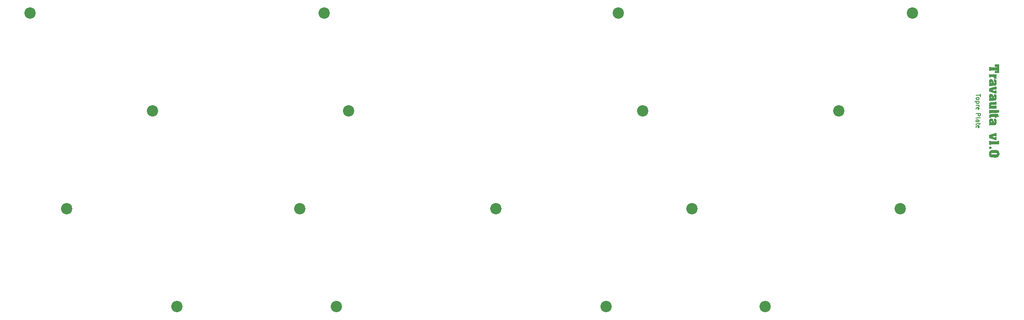
<source format=gbr>
%TF.GenerationSoftware,KiCad,Pcbnew,(7.0.0)*%
%TF.CreationDate,2023-05-15T11:20:42+02:00*%
%TF.ProjectId,travaulta plate topre,74726176-6175-46c7-9461-20706c617465,rev?*%
%TF.SameCoordinates,Original*%
%TF.FileFunction,Legend,Top*%
%TF.FilePolarity,Positive*%
%FSLAX46Y46*%
G04 Gerber Fmt 4.6, Leading zero omitted, Abs format (unit mm)*
G04 Created by KiCad (PCBNEW (7.0.0)) date 2023-05-15 11:20:42*
%MOMM*%
%LPD*%
G01*
G04 APERTURE LIST*
%ADD10C,0.150000*%
%ADD11C,2.200000*%
G04 APERTURE END LIST*
D10*
X248156095Y-72874285D02*
X248156095Y-73331428D01*
X247356095Y-73102856D02*
X248156095Y-73102856D01*
X247356095Y-73712380D02*
X247394190Y-73636190D01*
X247394190Y-73636190D02*
X247432285Y-73598095D01*
X247432285Y-73598095D02*
X247508476Y-73559999D01*
X247508476Y-73559999D02*
X247737047Y-73559999D01*
X247737047Y-73559999D02*
X247813238Y-73598095D01*
X247813238Y-73598095D02*
X247851333Y-73636190D01*
X247851333Y-73636190D02*
X247889428Y-73712380D01*
X247889428Y-73712380D02*
X247889428Y-73826666D01*
X247889428Y-73826666D02*
X247851333Y-73902857D01*
X247851333Y-73902857D02*
X247813238Y-73940952D01*
X247813238Y-73940952D02*
X247737047Y-73979047D01*
X247737047Y-73979047D02*
X247508476Y-73979047D01*
X247508476Y-73979047D02*
X247432285Y-73940952D01*
X247432285Y-73940952D02*
X247394190Y-73902857D01*
X247394190Y-73902857D02*
X247356095Y-73826666D01*
X247356095Y-73826666D02*
X247356095Y-73712380D01*
X247889428Y-74321905D02*
X247089428Y-74321905D01*
X247851333Y-74321905D02*
X247889428Y-74398095D01*
X247889428Y-74398095D02*
X247889428Y-74550476D01*
X247889428Y-74550476D02*
X247851333Y-74626667D01*
X247851333Y-74626667D02*
X247813238Y-74664762D01*
X247813238Y-74664762D02*
X247737047Y-74702857D01*
X247737047Y-74702857D02*
X247508476Y-74702857D01*
X247508476Y-74702857D02*
X247432285Y-74664762D01*
X247432285Y-74664762D02*
X247394190Y-74626667D01*
X247394190Y-74626667D02*
X247356095Y-74550476D01*
X247356095Y-74550476D02*
X247356095Y-74398095D01*
X247356095Y-74398095D02*
X247394190Y-74321905D01*
X247356095Y-75045715D02*
X247889428Y-75045715D01*
X247737047Y-75045715D02*
X247813238Y-75083810D01*
X247813238Y-75083810D02*
X247851333Y-75121905D01*
X247851333Y-75121905D02*
X247889428Y-75198096D01*
X247889428Y-75198096D02*
X247889428Y-75274286D01*
X247394190Y-75845715D02*
X247356095Y-75769524D01*
X247356095Y-75769524D02*
X247356095Y-75617143D01*
X247356095Y-75617143D02*
X247394190Y-75540953D01*
X247394190Y-75540953D02*
X247470380Y-75502857D01*
X247470380Y-75502857D02*
X247775142Y-75502857D01*
X247775142Y-75502857D02*
X247851333Y-75540953D01*
X247851333Y-75540953D02*
X247889428Y-75617143D01*
X247889428Y-75617143D02*
X247889428Y-75769524D01*
X247889428Y-75769524D02*
X247851333Y-75845715D01*
X247851333Y-75845715D02*
X247775142Y-75883810D01*
X247775142Y-75883810D02*
X247698952Y-75883810D01*
X247698952Y-75883810D02*
X247622761Y-75502857D01*
X247356095Y-76706667D02*
X248156095Y-76706667D01*
X248156095Y-76706667D02*
X248156095Y-77011429D01*
X248156095Y-77011429D02*
X248118000Y-77087619D01*
X248118000Y-77087619D02*
X248079904Y-77125714D01*
X248079904Y-77125714D02*
X248003714Y-77163810D01*
X248003714Y-77163810D02*
X247889428Y-77163810D01*
X247889428Y-77163810D02*
X247813238Y-77125714D01*
X247813238Y-77125714D02*
X247775142Y-77087619D01*
X247775142Y-77087619D02*
X247737047Y-77011429D01*
X247737047Y-77011429D02*
X247737047Y-76706667D01*
X247356095Y-77620952D02*
X247394190Y-77544762D01*
X247394190Y-77544762D02*
X247470380Y-77506667D01*
X247470380Y-77506667D02*
X248156095Y-77506667D01*
X247356095Y-78268572D02*
X247775142Y-78268572D01*
X247775142Y-78268572D02*
X247851333Y-78230477D01*
X247851333Y-78230477D02*
X247889428Y-78154286D01*
X247889428Y-78154286D02*
X247889428Y-78001905D01*
X247889428Y-78001905D02*
X247851333Y-77925715D01*
X247394190Y-78268572D02*
X247356095Y-78192381D01*
X247356095Y-78192381D02*
X247356095Y-78001905D01*
X247356095Y-78001905D02*
X247394190Y-77925715D01*
X247394190Y-77925715D02*
X247470380Y-77887619D01*
X247470380Y-77887619D02*
X247546571Y-77887619D01*
X247546571Y-77887619D02*
X247622761Y-77925715D01*
X247622761Y-77925715D02*
X247660857Y-78001905D01*
X247660857Y-78001905D02*
X247660857Y-78192381D01*
X247660857Y-78192381D02*
X247698952Y-78268572D01*
X247889428Y-78535239D02*
X247889428Y-78840001D01*
X248156095Y-78649525D02*
X247470380Y-78649525D01*
X247470380Y-78649525D02*
X247394190Y-78687620D01*
X247394190Y-78687620D02*
X247356095Y-78763810D01*
X247356095Y-78763810D02*
X247356095Y-78840001D01*
X247394190Y-79411430D02*
X247356095Y-79335239D01*
X247356095Y-79335239D02*
X247356095Y-79182858D01*
X247356095Y-79182858D02*
X247394190Y-79106668D01*
X247394190Y-79106668D02*
X247470380Y-79068572D01*
X247470380Y-79068572D02*
X247775142Y-79068572D01*
X247775142Y-79068572D02*
X247851333Y-79106668D01*
X247851333Y-79106668D02*
X247889428Y-79182858D01*
X247889428Y-79182858D02*
X247889428Y-79335239D01*
X247889428Y-79335239D02*
X247851333Y-79411430D01*
X247851333Y-79411430D02*
X247775142Y-79449525D01*
X247775142Y-79449525D02*
X247698952Y-79449525D01*
X247698952Y-79449525D02*
X247622761Y-79068572D01*
%TO.C,*%
%TO.C,G\u002A\u002A\u002A*%
G36*
X250225648Y-83102806D02*
G01*
X250281400Y-83154894D01*
X250342404Y-83273797D01*
X250336265Y-83388180D01*
X250268482Y-83490086D01*
X250158092Y-83561374D01*
X250041507Y-83573037D01*
X249935113Y-83527267D01*
X249859835Y-83435397D01*
X249822835Y-83354577D01*
X249816510Y-83297260D01*
X249834347Y-83234887D01*
X249902544Y-83132052D01*
X250003285Y-83073471D01*
X250117383Y-83062578D01*
X250225648Y-83102806D01*
G37*
G36*
X250112152Y-75969567D02*
G01*
X250182396Y-75985657D01*
X250199301Y-75997070D01*
X250240258Y-76009476D01*
X250341629Y-76019411D01*
X250496219Y-76026486D01*
X250696831Y-76030313D01*
X250825000Y-76030892D01*
X251047988Y-76029030D01*
X251228936Y-76023705D01*
X251360648Y-76015304D01*
X251435928Y-76004218D01*
X251450699Y-75997070D01*
X251494043Y-75977447D01*
X251581087Y-75965243D01*
X251638714Y-75963249D01*
X251805826Y-75963249D01*
X251805826Y-76248446D01*
X251805826Y-76533643D01*
X251029556Y-76544385D01*
X250754388Y-76549374D01*
X250541548Y-76556045D01*
X250385734Y-76564740D01*
X250281644Y-76575803D01*
X250223975Y-76589577D01*
X250211074Y-76597403D01*
X250153887Y-76622556D01*
X250057578Y-76637694D01*
X250006518Y-76639680D01*
X249844175Y-76639680D01*
X249844175Y-76301465D01*
X249844175Y-75963249D01*
X250011287Y-75963249D01*
X250112152Y-75969567D01*
G37*
G36*
X250134118Y-82023065D02*
G01*
X250210074Y-82037859D01*
X250233123Y-82051132D01*
X250274111Y-82063650D01*
X250375241Y-82073655D01*
X250529045Y-82080733D01*
X250728055Y-82084469D01*
X250841911Y-82084953D01*
X251060681Y-82083040D01*
X251237970Y-82077578D01*
X251366312Y-82068981D01*
X251438236Y-82057665D01*
X251450699Y-82051132D01*
X251494043Y-82031508D01*
X251581087Y-82019304D01*
X251638714Y-82017310D01*
X251805826Y-82017310D01*
X251805826Y-82355526D01*
X251805826Y-82693742D01*
X251029926Y-82693742D01*
X250767222Y-82695204D01*
X250551101Y-82699446D01*
X250386728Y-82706247D01*
X250279263Y-82715390D01*
X250233872Y-82726654D01*
X250233123Y-82727563D01*
X250190186Y-82746377D01*
X250102098Y-82758656D01*
X250028197Y-82761385D01*
X249844175Y-82761385D01*
X249844175Y-82389347D01*
X249844175Y-82017310D01*
X250028197Y-82017310D01*
X250134118Y-82023065D01*
G37*
G36*
X251298502Y-69260755D02*
G01*
X251293323Y-69420670D01*
X251277908Y-69516005D01*
X251258325Y-69544906D01*
X251240780Y-69573466D01*
X251273205Y-69636887D01*
X251275235Y-69639804D01*
X251317936Y-69726807D01*
X251332324Y-69798338D01*
X251328151Y-69837564D01*
X251306165Y-69860563D01*
X251252167Y-69871648D01*
X251151960Y-69875129D01*
X251078662Y-69875366D01*
X250825000Y-69875366D01*
X250823925Y-69782357D01*
X250802573Y-69669155D01*
X250736586Y-69595265D01*
X250618384Y-69554310D01*
X250541074Y-69544495D01*
X250372640Y-69546401D01*
X250247778Y-69583938D01*
X250140817Y-69619525D01*
X250015930Y-69637920D01*
X249991176Y-69638615D01*
X249844175Y-69638615D01*
X249844175Y-69314306D01*
X249844175Y-68989997D01*
X250055560Y-69012216D01*
X250192695Y-69022767D01*
X250364584Y-69030605D01*
X250538350Y-69034313D01*
X250571339Y-69034434D01*
X250741413Y-69031752D01*
X250916375Y-69024648D01*
X251063347Y-69014539D01*
X251087118Y-69012216D01*
X251298502Y-68989997D01*
X251298502Y-69260755D01*
G37*
G36*
X251839648Y-67981358D02*
G01*
X251839648Y-68826897D01*
X251399967Y-68826897D01*
X250960287Y-68826897D01*
X250960287Y-68608671D01*
X250960287Y-68390445D01*
X251168987Y-68380375D01*
X251296436Y-68367549D01*
X251373763Y-68345130D01*
X251391646Y-68328029D01*
X251365250Y-68313525D01*
X251284287Y-68301751D01*
X251161785Y-68292801D01*
X251010769Y-68286771D01*
X250844265Y-68283756D01*
X250675299Y-68283850D01*
X250516896Y-68287149D01*
X250382084Y-68293748D01*
X250283887Y-68303741D01*
X250235331Y-68317225D01*
X250233123Y-68319574D01*
X250190186Y-68338387D01*
X250102098Y-68350667D01*
X250028197Y-68353395D01*
X249844175Y-68353395D01*
X249844175Y-67981358D01*
X249844175Y-67609321D01*
X250028197Y-67609321D01*
X250134118Y-67615075D01*
X250210074Y-67629870D01*
X250233123Y-67643142D01*
X250274138Y-67655762D01*
X250375040Y-67665831D01*
X250528107Y-67672910D01*
X250725616Y-67676558D01*
X250826996Y-67676964D01*
X251039630Y-67676188D01*
X251193537Y-67673335D01*
X251297619Y-67667617D01*
X251360781Y-67658244D01*
X251391926Y-67644430D01*
X251399967Y-67626232D01*
X251385290Y-67597775D01*
X251332848Y-67581959D01*
X251230020Y-67575871D01*
X251180127Y-67575499D01*
X250960287Y-67575499D01*
X250960287Y-67355659D01*
X250960287Y-67135819D01*
X251399967Y-67135819D01*
X251839648Y-67135819D01*
X251839648Y-67981358D01*
G37*
G36*
X251298502Y-71723547D02*
G01*
X251298502Y-72049757D01*
X251054438Y-72029296D01*
X250894316Y-72024780D01*
X250735778Y-72035398D01*
X250598059Y-72058540D01*
X250500392Y-72091596D01*
X250475962Y-72107791D01*
X250491584Y-72127975D01*
X250558787Y-72157717D01*
X250663366Y-72190830D01*
X250671809Y-72193138D01*
X250802735Y-72224565D01*
X250884076Y-72232828D01*
X250929387Y-72219027D01*
X250934602Y-72214446D01*
X250989842Y-72191156D01*
X251084810Y-72177106D01*
X251136159Y-72175233D01*
X251298502Y-72175233D01*
X251298502Y-72479627D01*
X251298502Y-72784021D01*
X251145115Y-72784021D01*
X251033114Y-72773666D01*
X250938411Y-72747764D01*
X250916820Y-72736801D01*
X250858860Y-72710992D01*
X250749253Y-72671439D01*
X250601480Y-72622677D01*
X250429019Y-72569243D01*
X250343043Y-72543739D01*
X249844175Y-72397896D01*
X249844175Y-72085631D01*
X249846744Y-71947683D01*
X249853634Y-71837674D01*
X249863616Y-71771397D01*
X249869541Y-71759501D01*
X249909308Y-71745901D01*
X250002396Y-71717466D01*
X250137016Y-71677697D01*
X250301380Y-71630097D01*
X250402231Y-71601267D01*
X250578921Y-71549717D01*
X250733080Y-71502348D01*
X250852686Y-71463041D01*
X250925718Y-71435677D01*
X250941685Y-71427117D01*
X250992358Y-71409500D01*
X251084162Y-71398815D01*
X251136159Y-71397337D01*
X251298502Y-71397337D01*
X251298502Y-71723547D01*
G37*
G36*
X251298502Y-80787728D02*
G01*
X251298502Y-81113938D01*
X251054438Y-81093477D01*
X250894316Y-81088961D01*
X250735778Y-81099579D01*
X250598059Y-81122721D01*
X250500392Y-81155777D01*
X250475962Y-81171973D01*
X250491584Y-81192156D01*
X250558787Y-81221899D01*
X250663366Y-81255011D01*
X250671809Y-81257320D01*
X250802735Y-81288746D01*
X250884076Y-81297009D01*
X250929387Y-81283208D01*
X250934602Y-81278627D01*
X250989842Y-81255337D01*
X251084810Y-81241287D01*
X251136159Y-81239414D01*
X251298502Y-81239414D01*
X251298502Y-81543808D01*
X251298502Y-81848202D01*
X251145115Y-81848202D01*
X251033114Y-81837847D01*
X250938411Y-81811945D01*
X250916820Y-81800982D01*
X250858860Y-81775173D01*
X250749253Y-81735620D01*
X250601480Y-81686858D01*
X250429019Y-81633424D01*
X250343043Y-81607920D01*
X249844175Y-81462078D01*
X249844175Y-81149812D01*
X249846744Y-81011864D01*
X249853634Y-80901855D01*
X249863616Y-80835578D01*
X249869541Y-80823683D01*
X249909308Y-80810082D01*
X250002396Y-80781647D01*
X250137016Y-80741878D01*
X250301380Y-80694278D01*
X250402231Y-80665448D01*
X250578921Y-80613898D01*
X250733080Y-80566529D01*
X250852686Y-80527222D01*
X250925718Y-80499858D01*
X250941685Y-80491298D01*
X250992358Y-80473681D01*
X251084162Y-80462996D01*
X251136159Y-80461518D01*
X251298502Y-80461518D01*
X251298502Y-80787728D01*
G37*
G36*
X251225861Y-76713407D02*
G01*
X251287090Y-76728962D01*
X251298502Y-76741145D01*
X251328654Y-76761667D01*
X251404610Y-76773675D01*
X251444515Y-76774967D01*
X251590528Y-76774967D01*
X251647878Y-77020173D01*
X251675599Y-77142125D01*
X251695826Y-77237653D01*
X251704682Y-77288333D01*
X251704795Y-77290746D01*
X251673823Y-77304128D01*
X251593762Y-77313319D01*
X251501432Y-77316112D01*
X251298502Y-77316112D01*
X251298502Y-77417576D01*
X251294808Y-77477641D01*
X251272091Y-77507593D01*
X251212904Y-77517902D01*
X251129395Y-77519041D01*
X251029287Y-77516824D01*
X250979367Y-77503195D01*
X250962186Y-77467682D01*
X250960287Y-77417576D01*
X250960287Y-77316112D01*
X250646507Y-77316112D01*
X250441591Y-77324649D01*
X250298477Y-77351091D01*
X250213409Y-77396687D01*
X250182628Y-77462684D01*
X250182391Y-77470227D01*
X250159580Y-77503255D01*
X250084601Y-77517722D01*
X250034138Y-77519041D01*
X249937969Y-77513470D01*
X249888435Y-77490583D01*
X249865492Y-77442943D01*
X249850481Y-77339772D01*
X249847675Y-77210257D01*
X249856338Y-77085307D01*
X249875734Y-76995831D01*
X249876148Y-76994807D01*
X249922005Y-76921669D01*
X249978974Y-76859521D01*
X250017665Y-76831429D01*
X250069137Y-76811546D01*
X250145865Y-76797996D01*
X250260324Y-76788903D01*
X250424990Y-76782392D01*
X250507201Y-76780104D01*
X250673412Y-76773646D01*
X250812223Y-76764180D01*
X250911262Y-76752860D01*
X250958159Y-76740839D01*
X250960287Y-76737827D01*
X250990710Y-76720425D01*
X251068497Y-76709381D01*
X251129395Y-76707323D01*
X251225861Y-76713407D01*
G37*
G36*
X251298502Y-74657500D02*
G01*
X251295987Y-74802973D01*
X251286927Y-74893859D01*
X251269052Y-74943079D01*
X251245004Y-74961894D01*
X251191638Y-74969912D01*
X251085959Y-74976545D01*
X250943293Y-74981100D01*
X250779957Y-74982885D01*
X250571124Y-74984519D01*
X250420627Y-74990215D01*
X250319189Y-75001980D01*
X250257534Y-75021818D01*
X250226385Y-75051734D01*
X250216466Y-75093734D01*
X250216212Y-75104743D01*
X250218579Y-75140694D01*
X250233738Y-75163962D01*
X250273771Y-75177307D01*
X250350764Y-75183485D01*
X250476801Y-75185257D01*
X250569343Y-75185353D01*
X250721794Y-75182271D01*
X250844249Y-75173875D01*
X250922603Y-75161441D01*
X250943376Y-75151531D01*
X250986719Y-75131907D01*
X251073763Y-75119703D01*
X251131391Y-75117710D01*
X251298502Y-75117710D01*
X251298502Y-75420489D01*
X251298502Y-75723268D01*
X250765813Y-75739396D01*
X250564678Y-75746561D01*
X250370706Y-75755395D01*
X250201572Y-75764958D01*
X250074951Y-75774314D01*
X250038649Y-75777962D01*
X249844175Y-75800401D01*
X249844175Y-75492877D01*
X249847573Y-75350798D01*
X249856858Y-75245816D01*
X249870667Y-75190635D01*
X249877159Y-75185353D01*
X249893068Y-75158449D01*
X249877159Y-75098597D01*
X249854035Y-74989168D01*
X249847471Y-74848710D01*
X249857295Y-74710725D01*
X249879606Y-74617339D01*
X249929017Y-74546964D01*
X250017246Y-74496153D01*
X250151580Y-74462945D01*
X250339305Y-74445382D01*
X250534435Y-74441278D01*
X250697871Y-74438450D01*
X250828996Y-74430662D01*
X250915207Y-74418955D01*
X250943376Y-74407457D01*
X250986719Y-74387833D01*
X251073763Y-74375629D01*
X251131391Y-74373635D01*
X251298502Y-74373635D01*
X251298502Y-74657500D01*
G37*
G36*
X250666221Y-83785704D02*
G01*
X250723536Y-83783374D01*
X251031841Y-83781231D01*
X251283820Y-83796171D01*
X251476738Y-83827838D01*
X251607864Y-83875881D01*
X251646002Y-83902765D01*
X251753760Y-84041424D01*
X251825799Y-84219437D01*
X251861999Y-84420548D01*
X251862235Y-84628502D01*
X251826388Y-84827043D01*
X251754334Y-84999913D01*
X251655155Y-85123018D01*
X251587482Y-85174625D01*
X251511535Y-85212805D01*
X251416900Y-85239090D01*
X251293165Y-85255014D01*
X251129917Y-85262112D01*
X250916742Y-85261917D01*
X250736333Y-85258363D01*
X250502084Y-85249980D01*
X250324782Y-85235324D01*
X250193779Y-85210773D01*
X250098430Y-85172706D01*
X250028091Y-85117502D01*
X249972116Y-85041539D01*
X249943029Y-84988491D01*
X249891648Y-84839630D01*
X249862084Y-84652401D01*
X249858130Y-84520106D01*
X250250034Y-84520106D01*
X250264670Y-84599654D01*
X250317262Y-84636687D01*
X250326132Y-84639091D01*
X250386502Y-84645217D01*
X250499942Y-84649110D01*
X250651909Y-84650533D01*
X250827858Y-84649253D01*
X250889013Y-84648191D01*
X251083703Y-84643333D01*
X251221540Y-84636857D01*
X251313310Y-84627344D01*
X251369802Y-84613377D01*
X251401805Y-84593536D01*
X251413074Y-84579294D01*
X251432262Y-84506481D01*
X251413074Y-84460919D01*
X251390091Y-84437160D01*
X251348674Y-84420070D01*
X251278036Y-84408232D01*
X251167388Y-84400225D01*
X251005941Y-84394634D01*
X250889013Y-84392022D01*
X250666221Y-84388435D01*
X250502119Y-84389041D01*
X250387794Y-84395627D01*
X250314335Y-84409978D01*
X250272830Y-84433882D01*
X250254369Y-84469125D01*
X250250039Y-84517492D01*
X250250034Y-84520106D01*
X249858130Y-84520106D01*
X249856126Y-84453047D01*
X249875562Y-84267811D01*
X249889792Y-84207236D01*
X249938450Y-84069703D01*
X250002648Y-83965682D01*
X250091881Y-83890349D01*
X250215643Y-83838876D01*
X250383427Y-83806437D01*
X250604727Y-83788204D01*
X250666221Y-83785704D01*
G37*
G36*
X250269567Y-69960791D02*
G01*
X250353805Y-69969417D01*
X250484632Y-70033253D01*
X250574410Y-70128969D01*
X250611439Y-70202082D01*
X250657718Y-70316395D01*
X250703680Y-70448139D01*
X250706837Y-70458026D01*
X250748346Y-70583060D01*
X250780791Y-70656602D01*
X250813753Y-70692185D01*
X250856814Y-70703339D01*
X250881010Y-70703995D01*
X250951062Y-70693666D01*
X250975562Y-70650677D01*
X250977197Y-70619441D01*
X250962326Y-70554394D01*
X250904828Y-70527122D01*
X250884188Y-70524185D01*
X250836721Y-70516021D01*
X250808986Y-70495171D01*
X250795682Y-70446693D01*
X250791508Y-70355648D01*
X250791179Y-70262068D01*
X250791179Y-70010652D01*
X250973344Y-70010652D01*
X251080402Y-70013562D01*
X251142075Y-70029420D01*
X251180585Y-70068924D01*
X251209438Y-70124299D01*
X251274479Y-70305590D01*
X251315158Y-70509821D01*
X251325500Y-70703147D01*
X251321313Y-70758147D01*
X251291149Y-70900542D01*
X251239797Y-71036725D01*
X251176612Y-71146933D01*
X251110947Y-71211403D01*
X251105469Y-71214179D01*
X251049055Y-71227251D01*
X250940856Y-71241829D01*
X250796646Y-71256098D01*
X250638982Y-71267822D01*
X250457207Y-71280042D01*
X250278848Y-71293392D01*
X250126741Y-71306089D01*
X250038649Y-71314652D01*
X249844175Y-71335954D01*
X249844175Y-71045340D01*
X249846303Y-70900721D01*
X249854056Y-70811908D01*
X249869482Y-70767158D01*
X249894632Y-70754728D01*
X249894907Y-70754727D01*
X249930091Y-70753322D01*
X249940580Y-70738714D01*
X249924642Y-70695312D01*
X249880544Y-70607525D01*
X249877996Y-70602530D01*
X249856751Y-70545045D01*
X250221857Y-70545045D01*
X250225849Y-70634732D01*
X250236741Y-70667407D01*
X250285458Y-70708807D01*
X250357396Y-70720905D01*
X250426072Y-70714383D01*
X250443438Y-70684395D01*
X250434702Y-70644807D01*
X250387134Y-70546893D01*
X250323322Y-70495433D01*
X250269567Y-70495379D01*
X250221857Y-70545045D01*
X249856751Y-70545045D01*
X249821639Y-70450039D01*
X249821479Y-70308900D01*
X249859703Y-70190768D01*
X249946339Y-70066737D01*
X250068404Y-69987564D01*
X250209644Y-69954655D01*
X250269567Y-69960791D01*
G37*
G36*
X250269567Y-72869446D02*
G01*
X250353805Y-72878072D01*
X250484632Y-72941908D01*
X250574410Y-73037625D01*
X250611439Y-73110737D01*
X250657718Y-73225050D01*
X250703680Y-73356794D01*
X250706837Y-73366681D01*
X250748346Y-73491715D01*
X250780791Y-73565257D01*
X250813753Y-73600840D01*
X250856814Y-73611994D01*
X250881010Y-73612650D01*
X250951062Y-73602321D01*
X250975562Y-73559332D01*
X250977197Y-73528096D01*
X250962326Y-73463050D01*
X250904828Y-73435777D01*
X250884188Y-73432840D01*
X250836721Y-73424676D01*
X250808986Y-73403826D01*
X250795682Y-73355349D01*
X250791508Y-73264303D01*
X250791179Y-73170723D01*
X250791179Y-72919307D01*
X250973344Y-72919307D01*
X251080402Y-72922217D01*
X251142075Y-72938075D01*
X251180585Y-72977579D01*
X251209438Y-73032954D01*
X251274479Y-73214246D01*
X251315158Y-73418476D01*
X251325500Y-73611802D01*
X251321313Y-73666802D01*
X251291149Y-73809197D01*
X251239797Y-73945380D01*
X251176612Y-74055588D01*
X251110947Y-74120058D01*
X251105469Y-74122834D01*
X251049055Y-74135906D01*
X250940856Y-74150484D01*
X250796646Y-74164753D01*
X250638982Y-74176477D01*
X250457207Y-74188697D01*
X250278848Y-74202047D01*
X250126741Y-74214744D01*
X250038649Y-74223307D01*
X249844175Y-74244609D01*
X249844175Y-73953996D01*
X249846303Y-73809376D01*
X249854056Y-73720563D01*
X249869482Y-73675813D01*
X249894632Y-73663383D01*
X249894907Y-73663382D01*
X249930091Y-73661977D01*
X249940580Y-73647369D01*
X249924642Y-73603967D01*
X249880544Y-73516180D01*
X249877996Y-73511185D01*
X249856751Y-73453700D01*
X250221857Y-73453700D01*
X250225849Y-73543387D01*
X250236741Y-73576062D01*
X250285458Y-73617462D01*
X250357396Y-73629560D01*
X250426072Y-73623038D01*
X250443438Y-73593050D01*
X250434702Y-73553462D01*
X250387134Y-73455548D01*
X250323322Y-73404088D01*
X250269567Y-73404034D01*
X250221857Y-73453700D01*
X249856751Y-73453700D01*
X249821639Y-73358694D01*
X249821479Y-73217555D01*
X249859703Y-73099423D01*
X249946339Y-72975392D01*
X250068404Y-72896219D01*
X250209644Y-72863310D01*
X250269567Y-72869446D01*
G37*
G36*
X250269567Y-77638288D02*
G01*
X250353805Y-77646913D01*
X250484632Y-77710750D01*
X250574410Y-77806466D01*
X250611439Y-77879578D01*
X250657718Y-77993892D01*
X250703680Y-78125635D01*
X250706837Y-78135523D01*
X250748346Y-78260556D01*
X250780791Y-78334099D01*
X250813753Y-78369681D01*
X250856814Y-78380836D01*
X250881010Y-78381491D01*
X250951062Y-78371163D01*
X250975562Y-78328173D01*
X250977197Y-78296937D01*
X250962326Y-78231891D01*
X250904828Y-78204618D01*
X250884188Y-78201681D01*
X250836721Y-78193518D01*
X250808986Y-78172668D01*
X250795682Y-78124190D01*
X250791508Y-78033145D01*
X250791179Y-77939564D01*
X250791179Y-77688149D01*
X250973344Y-77688149D01*
X251080402Y-77691058D01*
X251142075Y-77706917D01*
X251180585Y-77746421D01*
X251209438Y-77801796D01*
X251274479Y-77983087D01*
X251315158Y-78187318D01*
X251325500Y-78380643D01*
X251321313Y-78435643D01*
X251291149Y-78578039D01*
X251239797Y-78714222D01*
X251176612Y-78824429D01*
X251110947Y-78888900D01*
X251105469Y-78891675D01*
X251049055Y-78904747D01*
X250940856Y-78919325D01*
X250796646Y-78933594D01*
X250638982Y-78945318D01*
X250457207Y-78957539D01*
X250278848Y-78970889D01*
X250126741Y-78983586D01*
X250038649Y-78992149D01*
X249844175Y-79013451D01*
X249844175Y-78722837D01*
X249846303Y-78578218D01*
X249854056Y-78489404D01*
X249869482Y-78444654D01*
X249894632Y-78432224D01*
X249894907Y-78432224D01*
X249930091Y-78430819D01*
X249940580Y-78416210D01*
X249924642Y-78372808D01*
X249880544Y-78285022D01*
X249877996Y-78280027D01*
X249856751Y-78222541D01*
X250221857Y-78222541D01*
X250225849Y-78312229D01*
X250236741Y-78344903D01*
X250285458Y-78386303D01*
X250357396Y-78398402D01*
X250426072Y-78391879D01*
X250443438Y-78361891D01*
X250434702Y-78322303D01*
X250387134Y-78224389D01*
X250323322Y-78172930D01*
X250269567Y-78172875D01*
X250221857Y-78222541D01*
X249856751Y-78222541D01*
X249821639Y-78127535D01*
X249821479Y-77986397D01*
X249859703Y-77868265D01*
X249946339Y-77744233D01*
X250068404Y-77665061D01*
X250209644Y-77632152D01*
X250269567Y-77638288D01*
G37*
%TD*%
D11*
%TO.C,H5*%
X115887500Y-95250000D03*
%TD*%
%TO.C,*%
X175418750Y-114300000D03*
%TD*%
%TO.C,*%
X70643750Y-95250000D03*
%TD*%
%TO.C,*%
X92075000Y-114300000D03*
%TD*%
%TO.C,*%
X206375000Y-114300000D03*
%TD*%
%TO.C,*%
X177800000Y-57150000D03*
%TD*%
%TO.C,*%
X123031250Y-114300000D03*
%TD*%
%TO.C,*%
X192087500Y-95250000D03*
%TD*%
%TO.C,*%
X120650000Y-57150000D03*
%TD*%
%TO.C,*%
X220662500Y-76200000D03*
%TD*%
%TO.C,*%
X63500000Y-57150000D03*
%TD*%
%TO.C,*%
X153987500Y-95250000D03*
%TD*%
%TO.C,*%
X87312500Y-76200000D03*
%TD*%
%TO.C,*%
X232568750Y-95250000D03*
%TD*%
%TO.C,*%
X234950000Y-57150000D03*
%TD*%
%TO.C,*%
X182562500Y-76200000D03*
%TD*%
%TO.C,*%
X125412500Y-76200000D03*
%TD*%
M02*

</source>
